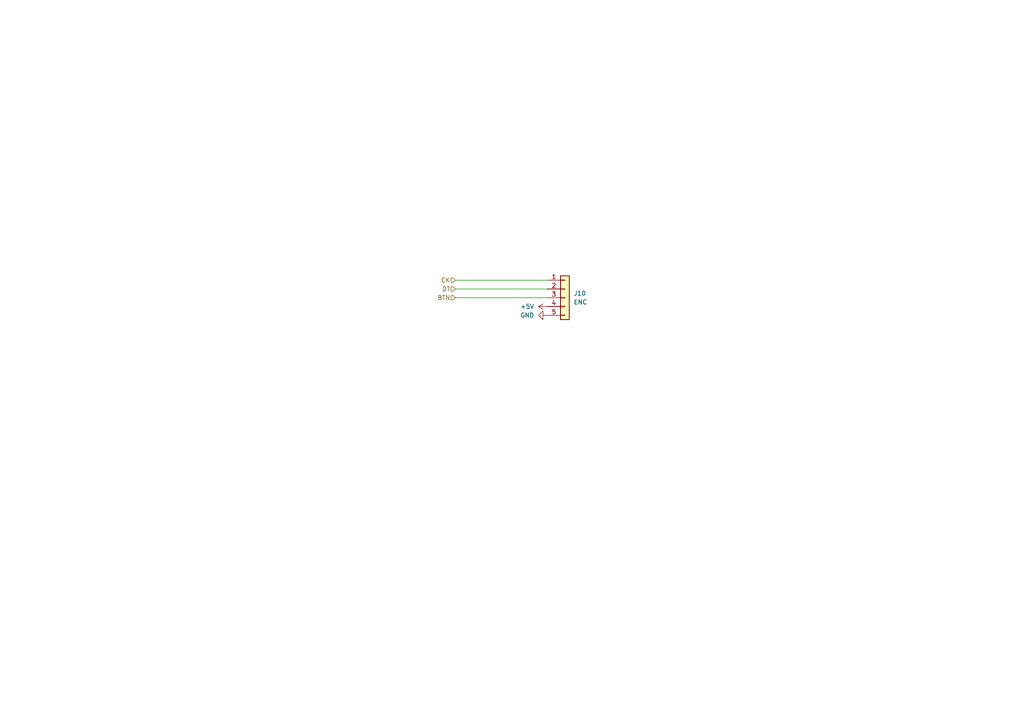
<source format=kicad_sch>
(kicad_sch (version 20250114) (generator "eeschema") (generator_version "9.0")
  (paper "A4")
  (lib_symbols
    (symbol "Connector_Generic:Conn_01x05" (pin_names (offset 1.016) (hide yes))
      (property "Reference" "J" (at 0 7.62 0))
      (property "Value" "Conn_01x05" (at 0 -7.62 0))
      (symbol "Conn_01x05_1_1"
        (rectangle (start -1.27 6.35) (end 1.27 -6.35) (stroke (width 0.254)) (fill (type background)))
        (rectangle (start -1.27 5.207) (end 0 4.953) (stroke (width 0.1524)))
        (rectangle (start -1.27 2.667) (end 0 2.413) (stroke (width 0.1524)))
        (rectangle (start -1.27 0.127) (end 0 -0.127) (stroke (width 0.1524)))
        (rectangle (start -1.27 -2.413) (end 0 -2.667) (stroke (width 0.1524)))
        (rectangle (start -1.27 -4.953) (end 0 -5.207) (stroke (width 0.1524)))
        (pin passive line (at -5.08 5.08 0) (length 3.81) (name "Pin_1") (number "1"))
        (pin passive line (at -5.08 2.54 0) (length 3.81) (name "Pin_2") (number "2"))
        (pin passive line (at -5.08 0 0) (length 3.81) (name "Pin_3") (number "3"))
        (pin passive line (at -5.08 -2.54 0) (length 3.81) (name "Pin_4") (number "4"))
        (pin passive line (at -5.08 -5.08 0) (length 3.81) (name "Pin_5") (number "5"))
      )
    )
    (symbol "power:+5V" (power) (pin_numbers (hide yes)) (pin_names (offset 0) (hide yes))
      (property "Value" "+5V" (at 0 3.556 0))
      (symbol "+5V_0_1"
        (polyline (pts (xy -0.762 1.27) (xy 0 2.54)))
        (polyline (pts (xy 0 2.54) (xy 0.762 1.27)))
        (polyline (pts (xy 0 0) (xy 0 2.54)))
      )
      (symbol "+5V_1_1"
        (pin power_in line (at 0 0 90) (length 0) (name "~") (number "1"))
      )
    )
    (symbol "power:GND" (power) (pin_numbers (hide yes)) (pin_names (offset 0) (hide yes))
      (property "Value" "GND" (at 0 -3.81 0))
      (symbol "GND_0_1"
        (polyline (pts (xy 0 0) (xy 0 -1.27) (xy 1.27 -1.27) (xy 0 -2.54) (xy -1.27 -1.27) (xy 0 -1.27)))
      )
      (symbol "GND_1_1"
        (pin power_in line (at 0 0 270) (length 0) (name "~") (number "1"))
      )
    )
  )
  (wire (pts (xy 132.08 81.28) (xy 158.75 81.28)))
  (wire (pts (xy 132.08 83.82) (xy 158.75 83.82)))
  (wire (pts (xy 132.08 86.36) (xy 158.75 86.36)))
  (hierarchical_label "BTN" (shape input) (at 132.08 86.36 180))
  (hierarchical_label "DT" (shape input) (at 132.08 83.82 180))
  (hierarchical_label "CK" (shape input) (at 132.08 81.28 180))
  (symbol (lib_id "Connector_Generic:Conn_01x05") (at 163.83 86.36 0) (unit 1)
    (property "Reference" "J10" (at 166.37 85.0899 0) (effects (justify left)))
    (property "Value" "ENC" (at 166.37 87.6299 0) (effects (justify left)))
    (property "Footprint" "Connector_PinHeader_2.54mm:PinHeader_1x05_P2.54mm_Vertical" (effects (hide yes)))
    (property "Description" "Generic connector, single row, 01x05, script generated (kicad-library-utils/schlib/autogen/connector/)" (effects (hide yes)))
  )
  (symbol (lib_id "power:+5V") (at 158.75 88.9 90) (unit 1)
    (property "Reference" "#PWR038" (effects (hide yes)))
    (property "Value" "+5V" (at 154.94 88.8999 90) (effects (justify left)))
    (property "Description" "Power symbol creates a global label with name \"+5V\"" (effects (hide yes)))
  )
  (symbol (lib_id "power:GND") (at 158.75 91.44 270) (unit 1)
    (property "Reference" "#PWR039" (effects (hide yes)))
    (property "Value" "GND" (at 154.94 91.4399 90) (effects (justify right)))
    (property "Description" "Power symbol creates a global label with name \"GND\" , ground" (effects (hide yes)))
  )
)
</source>
